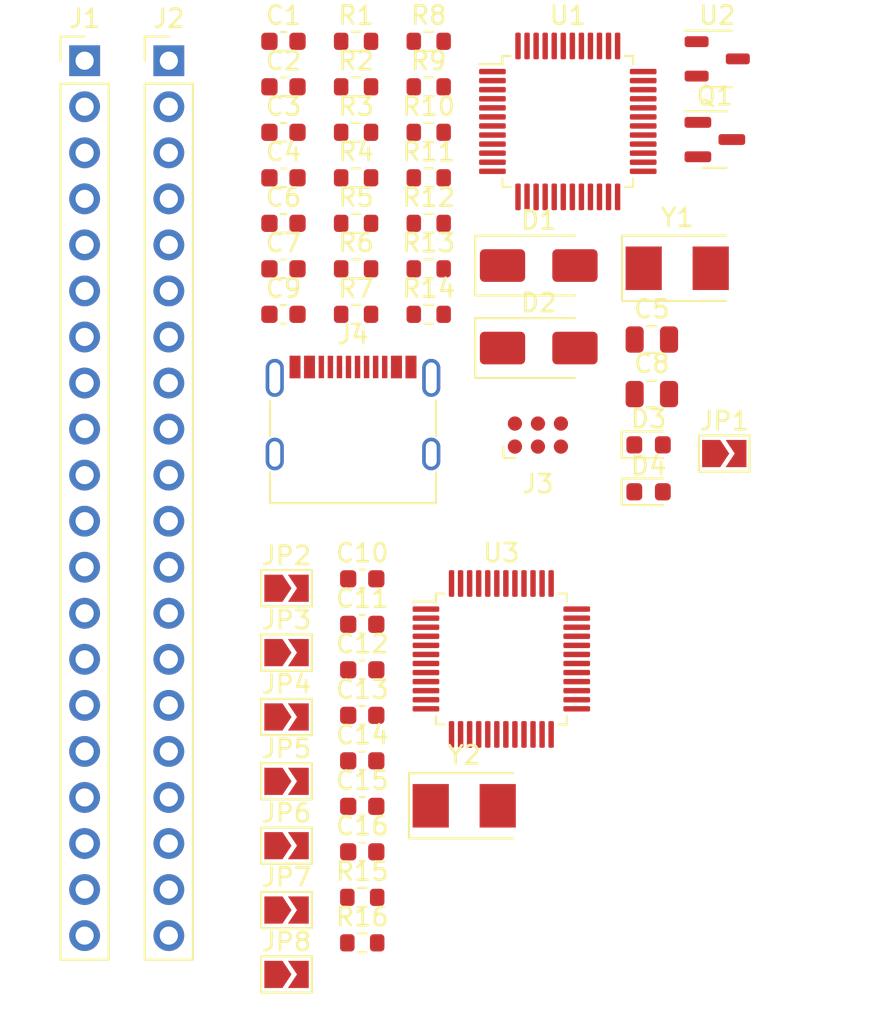
<source format=kicad_pcb>
(kicad_pcb (version 20221018) (generator pcbnew)
  (layers (0 "F.Cu" signal) (31 "B.Cu" signal) (34 "B.Paste" user) (35 "F.Paste" user) (36 "B.SilkS" user "B.Silkscreen") (37 "F.SilkS" user "F.Silkscreen") (38 "B.Mask" user) (39 "F.Mask" user) (44 "Edge.Cuts" user))
  (net 0 "")
  (net 1 "Net-(U1-PC13)")
  (net 2 "Net-(U1-PC14)")
  (net 21 "0V")
  (net 22 "Net-(U1-PD0)")
  (net 23 "Net-(U1-PD1)")
  (net 24 "/s_debugger/nRST")
  (net 25 "3V3")
  (net 26 "/s_debugger/5V")
  (net 27 "Net-(U3-PD0)")
  (net 28 "/s_debugger/LED")
  (net 29 "/s_debugger/VBUS")
  (net 30 "/s_debugger/DIO")
  (net 31 "Net-(U3-PD1)")
  (net 32 "/s_debugger/CLK")
  (net 33 "/s_debugger/B0")
  (net 34 "/s_debugger/T_DIO")
  (net 35 "Net-(U1-PB12)")
  (net 36 "Net-(U1-PA0)")
  (net 37 "/s_debugger/T_TX")
  (net 38 "/s_debugger/T_RX")
  (net 39 "/s_debugger/T_CLK")
  (net 40 "/s_debugger/T_RST")
  (net 41 "/s_debugger/T_SWO")
  (net 42 "/s_debugger/D_N")
  (net 43 "/s_debugger/D_P")
  (net 44 "/s_debugger/RENUM")
  (net 45 "Net-(JP2-A)")
  (net 46 "5Vext")
  (net 47 "/s_uC/nRST")
  (net 48 "/s_uC/B0")
  (net 49 "/s_uC/B1")
  (net 50 "/s_uC/B2")
  (net 51 "/s_uC/B3")
  (net 52 "/s_uC/B4")
  (net 53 "/s_uC/B5")
  (net 54 "/s_uC/B6")
  (net 55 "/s_uC/B7")
  (net 56 "/s_uC/B8")
  (net 57 "/s_uC/B9")
  (net 58 "/s_uC/B10")
  (net 59 "/s_uC/B11")
  (net 60 "/s_uC/B12")
  (net 61 "/s_uC/B13")
  (net 62 "/s_uC/B14")
  (net 63 "/s_uC/B15")
  (net 64 "/s_uC/C13")
  (net 65 "/s_uC/C14")
  (net 66 "/s_uC/C15")
  (net 67 "/s_uC/A0")
  (net 68 "/s_uC/A1")
  (net 69 "/s_uC/A2")
  (net 70 "/s_uC/A3")
  (net 71 "/s_uC/A4")
  (net 72 "/s_uC/A5")
  (net 73 "/s_uC/A6")
  (net 74 "/s_uC/A7")
  (net 75 "/s_uC/A8")
  (net 76 "/s_uC/A9")
  (net 77 "/s_uC/A10")
  (net 78 "/s_uC/A11")
  (net 79 "/s_uC/A12")
  (net 80 "/s_uC/A13")
  (net 81 "/s_uC/A14")
  (net 82 "/s_uC/A15")
  (net 83 "Net-(Q1-B)")
  (net 84 "Net-(Q1-E)")
  (net 85 "Net-(D3-A)")
  (net 86 "Net-(D4-K)")
  (net 89 "Net-(J4-CC1)")
  (footprint "Resistor_SMD:R_0603_1608Metric" (layer "F.Cu") (at 137.045 61.21)
    (fp_text reference "R6" (at 0 -1.43) (layer "F.SilkS"))
    (fp_text value "10k")
    (pad "1" smd roundrect (at -0.825 0) (size 0.8 0.95) (layers "F.Cu" "F.Paste" "F.Mask") (net 21 "0V"))
    (pad "2" smd roundrect (at 0.825 0) (size 0.8 0.95) (layers "F.Cu" "F.Paste" "F.Mask") (net 1 "Net-(U1-PC13)"))
  )
  (footprint "Jumper:SolderJumper-2_P1.3mm_Open_TrianglePad1.0x1.5mm" (layer "F.Cu") (at 157.375 71.4)
    (fp_text reference "JP1" (at 0 -1.8) (layer "F.SilkS"))
    (fp_text value "SolderJumper_2_Open")
    (pad "1" smd custom (at -0.725 0) (size 0.3 0.3) (layers "F.Cu" "F.Mask") (net 46 "5Vext") (options (clearance outline) (anchor rect)) (primitives (gr_poly (pts (xy 1 0) (xy 0.5 0.75) (xy -0.5 0.75) (xy -0.5 -0.75) (xy 0.5 -0.75)) (width 0) (fill yes))))
    (pad "2" smd custom (at 0.725 0) (size 0.3 0.3) (layers "F.Cu" "F.Mask") (net 26 "/s_debugger/5V") (options (clearance outline) (anchor rect)) (primitives (gr_poly (pts (xy 0.5 0.75) (xy -0.65 0.75) (xy -0.15 0) (xy -0.65 -0.75) (xy 0.5 -0.75)) (width 0) (fill yes))))
  )
  (footprint "Resistor_SMD:R_0603_1608Metric" (layer "F.Cu") (at 137.045 58.7)
    (fp_text reference "R5" (at 0 -1.43) (layer "F.SilkS"))
    (fp_text value "1k5")
    (pad "1" smd roundrect (at -0.825 0) (size 0.8 0.95) (layers "F.Cu" "F.Paste" "F.Mask") (net 84 "Net-(Q1-E)"))
    (pad "2" smd roundrect (at 0.825 0) (size 0.8 0.95) (layers "F.Cu" "F.Paste" "F.Mask") (net 43 "/s_debugger/D_P"))
  )
  (footprint "Resistor_SMD:R_0603_1608Metric" (layer "F.Cu") (at 137.045 53.68)
    (fp_text reference "R3" (at 0 -1.43) (layer "F.SilkS"))
    (fp_text value "100k")
    (pad "1" smd roundrect (at -0.825 0) (size 0.8 0.95) (layers "F.Cu" "F.Paste" "F.Mask") (net 21 "0V"))
    (pad "2" smd roundrect (at 0.825 0) (size 0.8 0.95) (layers "F.Cu" "F.Paste" "F.Mask") (net 33 "/s_debugger/B0"))
  )
  (footprint "Resistor_SMD:R_0603_1608Metric" (layer "F.Cu") (at 137.045 63.72)
    (fp_text reference "R7" (at 0 -1.43) (layer "F.SilkS"))
    (fp_text value "10k")
    (pad "1" smd roundrect (at -0.825 0) (size 0.8 0.95) (layers "F.Cu" "F.Paste" "F.Mask") (net 21 "0V"))
    (pad "2" smd roundrect (at 0.825 0) (size 0.8 0.95) (layers "F.Cu" "F.Paste" "F.Mask") (net 2 "Net-(U1-PC14)"))
  )
  (footprint "Resistor_SMD:R_0603_1608Metric" (layer "F.Cu") (at 141.055 61.21)
    (fp_text reference "R13" (at 0 -1.43) (layer "F.SilkS"))
    (fp_text value "220")
    (pad "1" smd roundrect (at -0.825 0) (size 0.8 0.95) (layers "F.Cu" "F.Paste" "F.Mask") (net 85 "Net-(D3-A)"))
    (pad "2" smd roundrect (at 0.825 0) (size 0.8 0.95) (layers "F.Cu" "F.Paste" "F.Mask") (net 25 "3V3"))
  )
  (footprint "Resistor_SMD:R_0603_1608Metric" (layer "F.Cu") (at 137.045 56.19)
    (fp_text reference "R4" (at 0 -1.43) (layer "F.SilkS"))
    (fp_text value "100")
    (pad "1" smd roundrect (at -0.825 0) (size 0.8 0.95) (layers "F.Cu" "F.Paste" "F.Mask") (net 34 "/s_debugger/T_DIO"))
    (pad "2" smd roundrect (at 0.825 0) (size 0.8 0.95) (layers "F.Cu" "F.Paste" "F.Mask") (net 35 "Net-(U1-PB12)"))
  )
  (footprint "Capacitor_SMD:C_0603_1608Metric" (layer "F.Cu") (at 133.035 61.21)
    (fp_text reference "C7" (at 0 -1.43) (layer "F.SilkS"))
    (fp_text value "100nF")
    (pad "1" smd roundrect (at -0.775 0) (size 0.9 0.95) (layers "F.Cu" "F.Paste" "F.Mask") (net 21 "0V"))
    (pad "2" smd roundrect (at 0.775 0) (size 0.9 0.95) (layers "F.Cu" "F.Paste" "F.Mask") (net 25 "3V3"))
  )
  (footprint "Connector_USB:USB_C_Receptacle_G-Switch_GT-USB-7010ASV" (layer "F.Cu") (at 136.875 70.35)
    (fp_text reference "J4" (at 0 -5.5) (layer "F.SilkS"))
    (fp_text value "USB_C_Receptacle")
    (pad "" np_thru_hole circle (at -2.89 -2.605) (size 0.65 0.65) (drill 0.65) (layers "*.Cu" "*.Mask"))
    (pad "" np_thru_hole circle (at 2.89 -2.605) (size 0.65 0.65) (drill 0.65) (layers "*.Cu" "*.Mask"))
    (pad "A1" smd rect (at -3.2 -3.725) (size 0.6 1.24) (layers "F.Cu" "F.Paste" "F.Mask") (net 21 "0V"))
    (pad "A4" smd rect (at -2.4 -3.725) (size 0.6 1.24) (layers "F.Cu" "F.Paste" "F.Mask") (net 29 "/s_debugger/VBUS"))
    (pad "A5" smd rect (at -1.25 -3.725) (size 0.3 1.24) (layers "F.Cu" "F.Paste" "F.Mask") (net 89 "Net-(J4-CC1)"))
    (pad "A6" smd rect (at -0.25 -3.725) (size 0.3 1.24) (layers "F.Cu" "F.Paste" "F.Mask") (net 43 "/s_debugger/D_P"))
    (pad "A7" smd rect (at 0.25 -3.725) (size 0.3 1.24) (layers "F.Cu" "F.Paste" "F.Mask") (net 42 "/s_debugger/D_N"))
    (pad "A8" smd rect (at 1.25 -3.725) (size 0.3 1.24) (layers "F.Cu" "F.Paste" "F.Mask"))
    (pad "A9" smd rect (at 2.4 -3.725) (size 0.6 1.24) (layers "F.Cu" "F.Paste" "F.Mask") (net 29 "/s_debugger/VBUS"))
    (pad "A12" smd rect (at 3.2 -3.725) (size 0.6 1.24) (layers "F.Cu" "F.Paste" "F.Mask") (net 21 "0V"))
    (pad "B1" smd rect (at 3.2 -3.725) (size 0.6 1.24) (layers "F.Cu" "F.Paste" "F.Mask") (net 21 "0V"))
    (pad "B4" smd rect (at 2.4 -3.725) (size 0.6 1.24) (layers "F.Cu" "F.Paste" "F.Mask") (net 29 "/s_debugger/VBUS"))
    (pad "B5" smd rect (at 1.75 -3.725) (size 0.3 1.24) (layers "F.Cu" "F.Paste" "F.Mask") (net 89 "Net-(J4-CC1)"))
    (pad "B6" smd rect (at 0.75 -3.725) (size 0.3 1.24) (layers "F.Cu" "F.Paste" "F.Mask") (net 43 "/s_debugger/D_P"))
    (pad "B7" smd rect (at -0.75 -3.725) (size 0.3 1.24) (layers "F.Cu" "F.Paste" "F.Mask") (net 42 "/s_debugger/D_N"))
    (pad "B8" smd rect (at -1.75 -3.725) (size 0.3 1.24) (layers "F.Cu" "F.Paste" "F.Mask"))
    (pad "B9" smd rect (at -2.4 -3.725) (size 0.6 1.24) (layers "F.Cu" "F.Paste" "F.Mask") (net 29 "/s_debugger/VBUS"))
    (pad "B12" smd rect (at -3.2 -3.725) (size 0.6 1.24) (layers "F.Cu" "F.Paste" "F.Mask") (net 21 "0V"))
    (pad "S1" thru_hole oval (at -4.32 -3.125) (size 1 2.1) (drill oval 0.6 1.7) (layers "*.Cu" "*.Mask") (net 21 "0V"))
    (pad "S1" thru_hole oval (at -4.32 1.075) (size 1 1.8) (drill oval 0.6 1.4) (layers "*.Cu" "*.Mask") (net 21 "0V"))
    (pad "S1" thru_hole oval (at 4.32 -3.125) (size 1 2.1) (drill oval 0.6 1.7) (layers "*.Cu" "*.Mask") (net 21 "0V"))
    (pad "S1" thru_hole oval (at 4.32 1.075) (size 1 1.8) (drill oval 0.6 1.4) (layers "*.Cu" "*.Mask") (net 21 "0V"))
  )
  (footprint "Connector_PinHeader_2.54mm:PinHeader_1x20_P2.54mm_Vertical" (layer "F.Cu") (at 122.055 49.73)
    (fp_text reference "J1" (at 0 -2.33) (layer "F.SilkS"))
    (fp_text value "Conn_01x20")
    (pad "1" thru_hole rect (at 0 0) (size 1.7 1.7) (drill 1) (layers "*.Cu" "*.Mask") (net 46 "5Vext"))
    (pad "2" thru_hole oval (at 0 2.54) (size 1.7 1.7) (drill 1) (layers "*.Cu" "*.Mask") (net 25 "3V3"))
    (pad "3" thru_hole oval (at 0 5.08) (size 1.7 1.7) (drill 1) (layers "*.Cu" "*.Mask") (net 21 "0V"))
    (pad "4" thru_hole oval (at 0 7.62) (size 1.7 1.7) (drill 1) (layers "*.Cu" "*.Mask") (net 47 "/s_uC/nRST"))
    (pad "5" thru_hole oval (at 0 10.16) (size 1.7 1.7) (drill 1) (layers "*.Cu" "*.Mask") (net 48 "/s_uC/B0"))
    (pad "6" thru_hole oval (at 0 12.7) (size 1.7 1.7) (drill 1) (layers "*.Cu" "*.Mask") (net 49 "/s_uC/B1"))
    (pad "7" thru_hole oval (at 0 15.24) (size 1.7 1.7) (drill 1) (layers "*.Cu" "*.Mask") (net 50 "/s_uC/B2"))
    (pad "8" thru_hole oval (at 0 17.78) (size 1.7 1.7) (drill 1) (layers "*.Cu" "*.Mask") (net 51 "/s_uC/B3"))
    (pad "9" thru_hole oval (at 0 20.32) (size 1.7 1.7) (drill 1) (layers "*.Cu" "*.Mask") (net 52 "/s_uC/B4"))
    (pad "10" thru_hole oval (at 0 22.86) (size 1.7 1.7) (drill 1) (layers "*.Cu" "*.Mask") (net 53 "/s_uC/B5"))
    (pad "11" thru_hole oval (at 0 25.4) (size 1.7 1.7) (drill 1) (layers "*.Cu" "*.Mask") (net 54 "/s_uC/B6"))
    (pad "12" thru_hole oval (at 0 27.94) (size 1.7 1.7) (drill 1) (layers "*.Cu" "*.Mask") (net 55 "/s_uC/B7"))
    (pad "13" thru_hole oval (at 0 30.48) (size 1.7 1.7) (drill 1) (layers "*.Cu" "*.Mask") (net 56 "/s_uC/B8"))
    (pad "14" thru_hole oval (at 0 33.02) (size 1.7 1.7) (drill 1) (layers "*.Cu" "*.Mask") (net 57 "/s_uC/B9"))
    (pad "15" thru_hole oval (at 0 35.56) (size 1.7 1.7) (drill 1) (layers "*.Cu" "*.Mask") (net 58 "/s_uC/B10"))
    (pad "16" thru_hole oval (at 0 38.1) (size 1.7 1.7) (drill 1) (layers "*.Cu" "*.Mask") (net 59 "/s_uC/B11"))
    (pad "17" thru_hole oval (at 0 40.64) (size 1.7 1.7) (drill 1) (layers "*.Cu" "*.Mask") (net 60 "/s_uC/B12"))
    (pad "18" thru_hole oval (at 0 43.18) (size 1.7 1.7) (drill 1) (layers "*.Cu" "*.Mask") (net 61 "/s_uC/B13"))
    (pad "19" thru_hole oval (at 0 45.72) (size 1.7 1.7) (drill 1) (layers "*.Cu" "*.Mask") (net 62 "/s_uC/B14"))
    (pad "20" thru_hole oval (at 0 48.26) (size 1.7 1.7) (drill 1) (layers "*.Cu" "*.Mask") (net 63 "/s_uC/B15"))
  )
  (footprint "Jumper:SolderJumper-2_P1.3mm_Open_TrianglePad1.0x1.5mm" (layer "F.Cu") (at 133.205 82.38)
    (fp_text reference "JP3" (at 0 -1.8) (layer "F.SilkS"))
    (fp_text value "SolderJumper_2_Open")
    (pad "1" smd custom (at -0.725 0) (size 0.3 0.3) (layers "F.Cu" "F.Mask") (net 45 "Net-(JP2-A)") (options (clearance outline) (anchor rect)) (primitives (gr_poly (pts (xy 1 0) (xy 0.5 0.75) (xy -0.5 0.75) (xy -0.5 -0.75) (xy 0.5 -0.75)) (width 0) (fill yes))))
    (pad "2" smd custom (at 0.725 0) (size 0.3 0.3) (layers "F.Cu" "F.Mask") (net 47 "/s_uC/nRST") (options (clearance outline) (anchor rect)) (primitives (gr_poly (pts (xy 0.5 0.75) (xy -0.65 0.75) (xy -0.15 0) (xy -0.65 -0.75) (xy 0.5 -0.75)) (width 0) (fill yes))))
  )
  (footprint "Capacitor_SMD:C_0603_1608Metric" (layer "F.Cu") (at 137.385 85.84)
    (fp_text reference "C13" (at 0 -1.43) (layer "F.SilkS"))
    (fp_text value "100nF")
    (pad "1" smd roundrect (at -0.775 0) (size 0.9 0.95) (layers "F.Cu" "F.Paste" "F.Mask") (net 21 "0V"))
    (pad "2" smd roundrect (at 0.775 0) (size 0.9 0.95) (layers "F.Cu" "F.Paste" "F.Mask") (net 25 "3V3"))
  )
  (footprint "Diode_SMD:D_SMA" (layer "F.Cu") (at 147.13 61.03)
    (fp_text reference "D1" (at 0 -2.5) (layer "F.SilkS"))
    (fp_text value "SS14")
    (pad "1" smd roundrect (at -2 0) (size 2.5 1.8) (layers "F.Cu" "F.Paste" "F.Mask") (roundrect_rratio 0.1388888889) (net 26 "/s_debugger/5V"))
    (pad "2" smd roundrect (at 2 0) (size 2.5 1.8) (layers "F.Cu" "F.Paste" "F.Mask") (roundrect_rratio 0.1388888889) (net 46 "5Vext"))
  )
  (footprint "Resistor_SMD:R_0603_1608Metric" (layer "F.Cu") (at 141.055 56.19)
    (fp_text reference "R11" (at 0 -1.43) (layer "F.SilkS"))
    (fp_text value "4k7")
    (pad "1" smd roundrect (at -0.825 0) (size 0.8 0.95) (layers "F.Cu" "F.Paste" "F.Mask") (net 36 "Net-(U1-PA0)"))
    (pad "2" smd roundrect (at 0.825 0) (size 0.8 0.95) (layers "F.Cu" "F.Paste" "F.Mask") (net 25 "3V3"))
  )
  (footprint "LED_SMD:LED_0603_1608Metric" (layer "F.Cu") (at 153.195 70.92)
    (fp_text reference "D3" (at 0 -1.43) (layer "F.SilkS"))
    (fp_text value "19-217/BHC-ZL1M2RY/6T")
    (pad "1" smd roundrect (at -0.7875 0) (size 0.875 0.95) (layers "F.Cu" "F.Paste" "F.Mask") (net 28 "/s_debugger/LED"))
    (pad "2" smd roundrect (at 0.7875 0) (size 0.875 0.95) (layers "F.Cu" "F.Paste" "F.Mask") (net 85 "Net-(D3-A)"))
  )
  (footprint "Capacitor_SMD:C_0603_1608Metric" (layer "F.Cu") (at 133.035 53.68)
    (fp_text reference "C3" (at 0 -1.43) (layer "F.SilkS"))
    (fp_text value "100nF")
    (pad "1" smd roundrect (at -0.775 0) (size 0.9 0.95) (layers "F.Cu" "F.Paste" "F.Mask") (net 21 "0V"))
    (pad "2" smd roundrect (at 0.775 0) (size 0.9 0.95) (layers "F.Cu" "F.Paste" "F.Mask") (net 24 "/s_debugger/nRST"))
  )
  (footprint "Capacitor_SMD:C_0603_1608Metric" (layer "F.Cu") (at 133.035 63.72)
    (fp_text reference "C9" (at 0 -1.43) (layer "F.SilkS"))
    (fp_text value "100nF")
    (pad "1" smd roundrect (at -0.775 0) (size 0.9 0.95) (layers "F.Cu" "F.Paste" "F.Mask") (net 21 "0V"))
    (pad "2" smd roundrect (at 0.775 0) (size 0.9 0.95) (layers "F.Cu" "F.Paste" "F.Mask") (net 25 "3V3"))
  )
  (footprint "Capacitor_SMD:C_0603_1608Metric" (layer "F.Cu") (at 133.035 58.7)
    (fp_text reference "C6" (at 0 -1.43) (layer "F.SilkS"))
    (fp_text value "100nF")
    (pad "1" smd roundrect (at -0.775 0) (size 0.9 0.95) (layers "F.Cu" "F.Paste" "F.Mask") (net 21 "0V"))
    (pad "2" smd roundrect (at 0.775 0) (size 0.9 0.95) (layers "F.Cu" "F.Paste" "F.Mask") (net 25 "3V3"))
  )
  (footprint "Diode_SMD:D_SMA" (layer "F.Cu") (at 147.13 65.58)
    (fp_text reference "D2" (at 0 -2.5) (layer "F.SilkS"))
    (fp_text value "SS14")
    (pad "1" smd roundrect (at -2 0) (size 2.5 1.8) (layers "F.Cu" "F.Paste" "F.Mask") (roundrect_rratio 0.1388888889) (net 26 "/s_debugger/5V"))
    (pad "2" smd roundrect (at 2 0) (size 2.5 1.8) (layers "F.Cu" "F.Paste" "F.Mask") (roundrect_rratio 0.1388888889) (net 29 "/s_debugger/VBUS"))
  )
  (footprint "Capacitor_SMD:C_0603_1608Metric" (layer "F.Cu") (at 137.385 90.86)
    (fp_text reference "C15" (at 0 -1.43) (layer "F.SilkS"))
    (fp_text value "100nF")
    (pad "1" smd roundrect (at -0.775 0) (size 0.9 0.95) (layers "F.Cu" "F.Paste" "F.Mask") (net 21 "0V"))
    (pad "2" smd roundrect (at 0.775 0) (size 0.9 0.95) (layers "F.Cu" "F.Paste" "F.Mask") (net 25 "3V3"))
  )
  (footprint "Resistor_SMD:R_0603_1608Metric" (layer "F.Cu") (at 141.055 63.72)
    (fp_text reference "R14" (at 0 -1.43) (layer "F.SilkS"))
    (fp_text value "220")
    (pad "1" smd roundrect (at -0.825 0) (size 0.8 0.95) (layers "F.Cu" "F.Paste" "F.Mask") (net 21 "0V"))
    (pad "2" smd roundrect (at 0.825 0) (size 0.8 0.95) (layers "F.Cu" "F.Paste" "F.Mask") (net 86 "Net-(D4-K)"))
  )
  (footprint "Capacitor_SMD:C_0603_1608Metric" (layer "F.Cu") (at 137.385 83.33)
    (fp_text reference "C12" (at 0 -1.43) (layer "F.SilkS"))
    (fp_text value "100nF")
    (pad "1" smd roundrect (at -0.775 0) (size 0.9 0.95) (layers "F.Cu" "F.Paste" "F.Mask") (net 21 "0V"))
    (pad "2" smd roundrect (at 0.775 0) (size 0.9 0.95) (layers "F.Cu" "F.Paste" "F.Mask") (net 45 "Net-(JP2-A)"))
  )
  (footprint "Package_TO_SOT_SMD:SOT-23" (layer "F.Cu") (at 156.855 54.08)
    (fp_text reference "Q1" (at 0 -2.4) (layer "F.SilkS"))
    (fp_text value "S9013")
    (pad "1" smd roundrect (at -0.9375 -0.95) (size 1.475 0.6) (layers "F.Cu" "F.Paste" "F.Mask") (net 83 "Net-(Q1-B)"))
    (pad "2" smd roundrect (at -0.9375 0.95) (size 1.475 0.6) (layers "F.Cu" "F.Paste" "F.Mask") (net 84 "Net-(Q1-E)"))
    (pad "3" smd roundrect (at 0.9375 0) (size 1.475 0.6) (layers "F.Cu" "F.Paste" "F.Mask") (net 25 "3V3"))
  )
  (footprint "Capacitor_SMD:C_0805_2012Metric" (layer "F.Cu") (at 153.375 65.11)
    (fp_text reference "C5" (at 0 -1.68) (layer "F.SilkS"))
    (fp_text value "10uF")
    (pad "1" smd roundrect (at -0.95 0) (size 1 1.45) (layers "F.Cu" "F.Paste" "F.Mask") (net 21 "0V"))
    (pad "2" smd roundrect (at 0.95 0) (size 1 1.45) (layers "F.Cu" "F.Paste" "F.Mask") (net 26 "/s_debugger/5V"))
  )
  (footprint "Resistor_SMD:R_0603_1608Metric" (layer "F.Cu") (at 137.385 98.39)
    (fp_text reference "R16" (at 0 -1.43) (layer "F.SilkS"))
    (fp_text value "100k")
    (pad "1" smd roundrect (at -0.825 0) (size 0.8 0.95) (layers "F.Cu" "F.Paste" "F.Mask") (net 21 "0V"))
    (pad "2" smd roundrect (at 0.825 0) (size 0.8 0.95) (layers "F.Cu" "F.Paste" "F.Mask") (net 48 "/s_uC/B0"))
  )
  (footprint "Capacitor_SMD:C_0603_1608Metric" (layer "F.Cu") (at 137.385 80.82)
    (fp_text reference "C11" (at 0 -1.43) (layer "F.SilkS"))
    (fp_text value "20pF")
    (pad "1" smd roundrect (at -0.775 0) (size 0.9 0.95) (layers "F.Cu" "F.Paste" "F.Mask") (net 21 "0V"))
    (pad "2" smd roundrect (at 0.775 0) (size 0.9 0.95) (layers "F.Cu" "F.Paste" "F.Mask") (net 31 "Net-(U3-PD1)"))
  )
  (footprint "Resistor_SMD:R_0603_1608Metric" (layer "F.Cu") (at 137.045 51.17)
    (fp_text reference "R2" (at 0 -1.43) (layer "F.SilkS"))
    (fp_text value "100k")
    (pad "1" smd roundrect (at -0.825 0) (size 0.8 0.95) (layers "F.Cu" "F.Paste" "F.Mask") (net 25 "3V3"))
    (pad "2" smd roundrect (at 0.825 0) (size 0.8 0.95) (layers "F.Cu" "F.Paste" "F.Mask") (net 24 "/s_debugger/nRST"))
  )
  (footprint "Connector:Tag-Connect_TC2030-IDC-NL_2x03_P1.27mm_Vertical" (layer "F.Cu") (at 147.085 70.38)
    (fp_text reference "J3" (at 0 2.7) (layer "F.SilkS"))
    (fp_text value "Conn_ARM_SWD_TagConnect_TC2030-NL")
    (pad "" np_thru_hole circle (at -2.54 0) (size 0.9906 0.9906) (drill 0.9906) (layers "*.Cu" "*.Mask"))
    (pad "" np_thru_hole circle (at 2.54 -1.016) (size 0.9906 0.9906) (drill 0.9906) (layers "*.Cu" "*.Mask"))
    (pad "" np_thru_hole circle (at 2.54 1.016) (size 0.9906 0.9906) (drill 0.9906) (layers "*.Cu" "*.Mask"))
    (pad "1" connect circle (at -1.27 0.635) (size 0.7874 0.7874) (layers "F.Cu" "F.Mask") (net 25 "3V3"))
    (pad "2" connect circle (at -1.27 -0.635) (size 0.7874 0.7874) (layers "F.Cu" "F.Mask") (net 30 "/s_debugger/DIO"))
    (pad "3" connect circle (at 0 0.635) (size 0.7874 0.7874) (layers "F.Cu" "F.Mask") (net 24 "/s_debugger/nRST"))
    (pad "4" connect circle (at 0 -0.635) (size 0.7874 0.7874) (layers "F.Cu" "F.Mask") (net 32 "/s_debugger/CLK"))
    (pad "5" connect circle (at 1.27 0.635) (size 0.7874 0.7874) (layers "F.Cu" "F.Mask") (net 21 "0V"))
    (pad "6" connect circle (at 1.27 -0.635) (size 0.7874 0.7874) (layers "F.Cu" "F.Mask"))
  )
  (footprint "Resistor_SMD:R_0603_1608Metric" (layer "F.Cu") (at 137.045 48.66)
    (fp_text reference "R1" (at 0 -1.43) (layer "F.SilkS"))
    (fp_text value "5k1")
    (pad "1" smd roundrect (at -0.825 0) (size 0.8 0.95) (layers "F.Cu" "F.Paste" "F.Mask") (net 89 "Net-(J4-CC1)"))
    (pad "2" smd roundrect (at 0.825 0) (size 0.8 0.95) (layers "F.Cu" "F.Paste" "F.Mask") (net 21 "0V"))
  )
  (footprint "Capacitor_SMD:C_0603_1608Metric" (layer "F.Cu") (at 137.385 93.37)
    (fp_text reference "C16" (at 0 -1.43) (layer "F.SilkS"))
    (fp_text value "100nF")
    (pad "1" smd roundrect (at -0.775 0) (size 0.9 0.95) (layers "F.Cu" "F.Paste" "F.Mask") (net 21 "0V"))
    (pad "2" smd roundrect (at 0.775 0) (size 0.9 0.95) (layers "F.Cu" "F.Paste" "F.Mask") (net 25 "3V3"))
  )
  (footprint "Package_TO_SOT_SMD:SOT-23-3" (layer "F.Cu") (at 156.985 49.63)
    (fp_text reference "U2" (at 0 -2.4) (layer "F.SilkS"))
    (fp_text value "XC6206PxxxMR")
    (pad "1" smd roundrect (at -1.1375 -0.95) (size 1.325 0.6) (layers "F.Cu" "F.Paste" "F.Mask") (net 21 "0V"))
    (pad "2" smd roundrect (at -1.1375 0.95) (size 1.325 0.6) (layers "F.Cu" "F.Paste" "F.Mask") (net 25 "3V3"))
    (pad "3" smd roundrect (at 1.1375 0) (size 1.325 0.6) (layers "F.Cu" "F.Paste" "F.Mask") (net 26 "/s_debugger/5V"))
  )
  (footprint "Jumper:SolderJumper-2_P1.3mm_Open_TrianglePad1.0x1.5mm" (layer "F.Cu") (at 133.205 78.83)
    (fp_text reference "JP2" (at 0 -1.8) (layer "F.SilkS"))
    (fp_text value "SolderJumper_2_Open")
    (pad "1" smd custom (at -0.725 0) (size 0.3 0.3) (layers "F.Cu" "F.Mask") (net 45 "Net-(JP2-A)") (options (clearance outline) (anchor rect)) (primitives (gr_poly (pts (xy 1 0) (xy 0.5 0.75) (xy -0.5 0.75) (xy -0.5 -0.75) (xy 0.5 -0.75)) (width 0) (fill yes))))
    (pad "2" smd custom (at 0.725 0) (size 0.3 0.3) (layers "F.Cu" "F.Mask") (net 40 "/s_debugger/T_RST") (options (clearance outline) (anchor rect)) (primitives (gr_poly (pts (xy 0.5 0.75) (xy -0.65 0.75) (xy -0.15 0) (xy -0.65 -0.75) (xy 0.5 -0.75)) (width 0) (fill yes))))
  )
  (footprint "Package_QFP:LQFP-48_7x7mm_P0.5mm" (layer "F.Cu") (at 145.065 82.73)
    (fp_text reference "U3" (at 0 -5.85) (layer "F.SilkS"))
    (fp_text value "STM32F103CBTx")
    (pad "1" smd roundrect (at -4.1625 -2.75) (size 1.475 0.3) (layers "F.Cu" "F.Paste" "F.Mask") (net 25 "3V3"))
    (pad "2" smd roundrect (at -4.1625 -2.25) (size 1.475 0.3) (layers "F.Cu" "F.Paste" "F.Mask") (net 64 "/s_uC/C13"))
    (pad "3" smd roundrect (at -4.1625 -1.75) (size 1.475 0.3) (layers "F.Cu" "F.Paste" "F.Mask") (net 65 "/s_uC/C14"))
    (pad "4" smd roundrect (at -4.1625 -1.25) (size 1.475 0.3) (layers "F.Cu" "F.Paste" "F.Mask") (net 66 "/s_uC/C15"))
    (pad "5" smd roundrect (at -4.1625 -0.75) (size 1.475 0.3) (layers "F.Cu" "F.Paste" "F.Mask") (net 27 "Net-(U3-PD0)"))
    (pad "6" smd roundrect (at -4.1625 -0.25) (size 1.475 0.3) (layers "F.Cu" "F.Paste" "F.Mask") (net 31 "Net-(U3-PD1)"))
    (pad "7" smd roundrect (at -4.1625 0.25) (size 1.475 0.3) (layers "F.Cu" "F.Paste" "F.Mask") (net 45 "Net-(JP2-A)"))
    (pad "8" smd roundrect (at -4.1625 0.75) (size 1.475 0.3) (layers "F.Cu" "F.Paste" "F.Mask") (net 21 "0V"))
    (pad "9" smd roundrect (at -4.1625 1.25) (size 1.475 0.3) (layers "F.Cu" "F.Paste" "F.Mask") (net 25 "3V3"))
    (pad "10" smd roundrect (at -4.1625 1.75) (size 1.475 0.3) (layers "F.Cu" "F.Paste" "F.Mask") (net 67 "/s_uC/A0"))
    (pad "11" smd roundrect (at -4.1625 2.25) (size 1.475 0.3) (layers "F.Cu" "F.Paste" "F.Mask") (net 68 "/s_uC/A1"))
    (pad "12" smd roundrect (at -4.1625 2.75) (size 1.475 0.3) (layers "F.Cu" "F.Paste" "F.Mask") (net 69 "/s_uC/A2"))
    (pad "13" smd roundrect (at -2.75 4.1625) (size 0.3 1.475) (layers "F.Cu" "F.Paste" "F.Mask") (net 70 "/s_uC/A3"))
    (pad "14" smd roundrect (at -2.25 4.1625) (size 0.3 1.475) (layers "F.Cu" "F.Paste" "F.Mask") (net 71 "/s_uC/A4"))
    (pad "15" smd roundrect (at -1.75 4.1625) (size 0.3 1.475) (layers "F.Cu" "F.Paste" "F.Mask") (net 72 "/s_uC/A5"))
    (pad "16" smd roundrect (at -1.25 4.1625) (size 0.3 1.475) (layers "F.Cu" "F.Paste" "F.Mask") (net 73 "/s_uC/A6"))
    (pad "17" smd roundrect (at -0.75 4.1625) (size 0.3 1.475) (layers "F.Cu" "F.Paste" "F.Mask") (net 74 "/s_uC/A7"))
    (pad "18" smd roundrect (at -0.25 4.1625) (size 0.3 1.475) (layers "F.Cu" "F.Paste" "F.Mask") (net 48 "/s_uC/B0"))
    (pad "19" smd roundrect (at 0.25 4.1625) (size 0.3 1.475) (layers "F.Cu" "F.Paste" "F.Mask") (net 49 "/s_uC/B1"))
    (pad "20" smd roundrect (at 0.75 4.1625) (size 0.3 1.475) (layers "F.Cu" "F.Paste" "F.Mask") (net 50 "/s_uC/B2"))
    (pad "21" smd roundrect (at 1.25 4.1625) (size 0.3 1.475) (layers "F.Cu" "F.Paste" "F.Mask") (net 58 "/s_uC/B10"))
    (pad "22" smd roundrect (at 1.75 4.1625) (size 0.3 1.475) (layers "F.Cu" "F.Paste" "F.Mask") (net 59 "/s_uC/B11"))
    (pad "23" smd roundrect (at 2.25 4.1625) (size 0.3 1.475) (layers "F.Cu" "F.Paste" "F.Mask") (net 21 "0V"))
    (pad "24" smd roundrect (at 2.75 4.1625) (size 0.3 1.475) (layers "F.Cu" "F.Paste" "F.Mask") (net 25 "3V3"))
    (pad "25" smd roundrect (at 4.1625 2.75) (size 1.475 0.3) (layers "F.Cu" "F.Paste" "F.Mask") (net 60 "/s_uC/B12"))
    (pad "26" smd roundrect (at 4.1625 2.25) (size 1.475 0.3) (layers "F.Cu" "F.Paste" "F.Mask") (net 61 "/s_uC/B13"))
    (pad "27" smd roundrect (at 4.1625 1.75) (size 1.475 0.3) (layers "F.Cu" "F.Paste" "F.Mask") (net 62 "/s_uC/B14"))
    (pad "28" smd roundrect (at 4.1625 1.25) (size 1.475 0.3) (layers "F.Cu" "F.Paste" "F.Mask") (net 63 "/s_uC/B15"))
    (pad "29" smd roundrect (at 4.1625 0.75) (size 1.475 0.3) (layers "F.Cu" "F.Paste" "F.Mask") (net 75 "/s_uC/A8"))
    (pad "30" smd roundrect (at 4.1625 0.25) (size 1.475 0.3) (layers "F.Cu" "F.Paste" "F.Mask") (net 76 "/s_uC/A9"))
    (pad "31" smd roundrect (at 4.1625 -0.25) (size 1.475 0.3) (layers "F.Cu" "F.Paste" "F.Mask") (net 77 "/s_uC/A10"))
    (pad "32" smd roundrect (at 4.1625 -0.75) (size 1.475 0.3) (layers "F.Cu" "F.Paste" "F.Mask") (net 78 "/s_uC/A11"))
    (pad "33" smd roundrect (at 4.1625 -1.25) (size 1.475 0.3) (layers "F.Cu" "F.Paste" "F.Mask") (net 79 "/s_uC/A12"))
    (pad "34" smd roundrect (at 4.1625 -1.75) (size 1.475 0.3) (layers "F.Cu" "F.Paste" "F.Mask") (net 80 "/s_uC/A13"))
    (pad "35" smd roundrect (at 4.1625 -2.25) (size 1.475 0.3) (layers "F.Cu" "F.Paste" "F.Mask") (net 21 "0V"))
    (pad "36" smd roundrect (at 4.1625 -2.75) (size 1.475 0.3) (layers "F.Cu" "F.Paste" "F.Mask") (net 25 "3V3"))
    (pad "37" smd roundrect (at 2.75 -4.1625) (size 0.3 1.475) (layers "F.Cu" "F.Paste" "F.Mask") (net 81 "/s_uC/A14"))
    (pad "38" smd roundrect (at 2.25 -4.1625) (size 0.3 1.475) (layers "F.Cu" "F.Paste" "F.Mask") (net 82 "/s_uC/A15"))
    (pad "39" smd roundrect (at 1.75 -4.1625) (size 0.3 1.475) (layers "F.Cu" "F.Paste" "F.Mask") (net 51 "/s_uC/B3"))
    (pad "40" smd roundrect (at 1.25 -4.1625) (size 0.3 1.475) (layers "F.Cu" "F.Paste" "F.Mask") (net 52 "/s_uC/B4"))
    (pad "41" smd roundrect (at 0.75 -4.1625) (size 0.3 1.475) (layers "F.Cu" "F.Paste" "F.Mask") (net 53 "/s_uC/B5"))
    (pad "42" smd roundrect (at 0.25 -4.1625) (size 0.3 1.475) (layers "F.Cu" "F.Paste" "F.Mask") (net 54 "/s_uC/B6"))
    (pad "43" smd roundrect (at -0.25 -4.1625) (size 0.3 1.475) (layers "F.Cu" "F.Paste" "F.Mask") (net 55 "/s_uC/B7"))
    (pad "44" smd roundrect (at -0.75 -4.1625) (size 0.3 1.475) (layers "F.Cu" "F.Paste" "F.Mask") (net 48 "/s_uC/B0"))
    (pad "45" smd roundrect (at -1.25 -4.1625) (size 0.3 1.475) (layers "F.Cu" "F.Paste" "F.Mask") (net 56 "/s_uC/B8"))
    (pad "46" smd roundrect (at -1.75 -4.1625) (size 0.3 1.475) (layers "F.Cu" "F.Paste" "F.Mask") (net 57 "/s_uC/B9"))
    (pad "47" smd roundrect (at -2.25 -4.1625) (size 0.3 1.475) (layers "F.Cu" "F.Paste" "F.Mask") (net 21 "0V"))
    (pad "48" smd roundrect (at -2.75 -4.1625) (size 0.3 1.475) (layers "F.Cu" "F.Paste" "F.Mask") (net 25 "3V3"))
  )
  (footprint "Resistor_SMD:R_0603_1608Metric" (layer "F.Cu") (at 141.055 53.68)
    (fp_text reference "R10" (at 0 -1.43) (layer "F.SilkS"))
    (fp_text value "100")
    (pad "1" smd roundrect (at -0.825 0) (size 0.8 0.95) (layers "F.Cu" "F.Paste" "F.Mask") (net 44 "/s_debugger/RENUM"))
    (pad "2" smd roundrect (at 0.825 0) (size 0.8 0.95) (layers "F.Cu" "F.Paste" "F.Mask") (net 83 "Net-(Q1-B)"))
  )
  (footprint "Connector_PinHeader_2.54mm:PinHeader_1x20_P2.54mm_Vertical" (layer "F.Cu") (at 126.705 49.73)
    (fp_text reference "J2" (at 0 -2.33) (layer "F.SilkS"))
    (fp_text value "Conn_01x20")
    (pad "1" thru_hole rect (at 0 0) (size 1.7 1.7) (drill 1) (layers "*.Cu" "*.Mask"))
    (pad "2" thru_hole oval (at 0 2.54) (size 1.7 1.7) (drill 1) (layers "*.Cu" "*.Mask") (net 64 "/s_uC/C13"))
    (pad "3" thru_hole oval (at 0 5.08) (size 1.7 1.7) (drill 1) (layers "*.Cu" "*.Mask") (net 65 "/s_uC/C14"))
    (pad "4" thru_hole oval (at 0 7.62) (size 1.7 1.7) (drill 1) (layers "*.Cu" "*.Mask") (net 66 "/s_uC/C15"))
    (pad "5" thru_hole oval (at 0 10.16) (size 1.7 1.7) (drill 1) (layers "*.Cu" "*.Mask") (net 67 "/s_uC/A0"))
    (pad "6" thru_hole oval (at 0 12.7) (size 1.7 1.7) (drill 1) (layers "*.Cu" "*.Mask") (net 68 "/s_uC/A1"))
    (pad "7" thru_hole oval (at 0 15.24) (size 1.7 1.7) (drill 1) (layers "*.Cu" "*.Mask") (net 69 "/s_uC/A2"))
    (pad "8" thru_hole oval (at 0 17.78) (size 1.7 1.7) (drill 1) (layers "*.Cu" "*.Mask") (net 70 "/s_uC/A3"))
    (pad "9" thru_hole oval (at 0 20.32) (size 1.7 1.7) (drill 1) (layers "*.Cu" "*.Mask") (net 71 "/s_uC/A4"))
    (pad "10" thru_hole oval (at 0 22.86) (size 1.7 1.7) (drill 1) (layers "*.Cu" "*.Mask") (net 72 "/s_uC/A5"))
    (pad "11" thru_hole oval (at 0 25.4) (size 1.7 1.7) (drill 1) (layers "*.Cu" "*.Mask") (net 73 "/s_uC/A6"))
    (pad "12" thru_hole oval (at 0 27.94) (size 1.7 1.7) (drill 1) (layers "*.Cu" "*.Mask") (net 74 "/s_uC/A7"))
    (pad "13" thru_hole oval (at 0 30.48) (size 1.7 1.7) (drill 1) (layers "*.Cu" "*.Mask") (net 75 "/s_uC/A8"))
    (pad "14" thru_hole oval (at 0 33.02) (size 1.7 1.7) (drill 1) (layers "*.Cu" "*.Mask") (net 76 "/s_uC/A9"))
    (pad "15" thru_hole oval (at 0 35.56) (size 1.7 1.7) (drill 1) (layers "*.Cu" "*.Mask") (net 77 "/s_uC/A10"))
    (pad "16" thru_hole oval (at 0 38.1) (size 1.7 1.7) (drill 1) (layers "*.Cu" "*.Mask") (net 78 "/s_uC/A11"))
    (pad "17" thru_hole oval (at 0 40.64) (size 1.7 1.7) (drill 1) (layers "*.Cu" "*.Mask") (net 79 "/s_uC/A12"))
    (pad "18" thru_hole oval (at 0 43.18) (size 1.7 1.7) (drill 1) (layers "*.Cu" "*.Mask") (net 80 "/s_uC/A13"))
    (pad "19" thru_hole oval (at 0 45.72) (size 1.7 1.7) (drill 1) (layers "*.Cu" "*.Mask") (net 81 "/s_uC/A14"))
    (pad "20" thru_hole oval (at 0 48.26) (size 1.7 1.7) (drill 1) (layers "*.Cu" "*.Mask") (net 82 "/s_uC/A15"))
  )
  (footprint "Crystal:Crystal_SMD_5032-2Pin_5.0x3.2mm" (layer "F.Cu") (at 143.015 90.83)
    (fp_text reference "Y2" (at 0 -2.8) (layer "F.SilkS"))
    (fp_text value "Crystal")
    (pad "1" smd rect (at -1.85 0) (size 2 2.4) (layers "F.Cu" "F.Paste" "F.Mask") (net 31 "Net-(U3-PD1)"))
    (pad "2" smd rect (at 1.85 0) (size 2 2.4) (layers "F.Cu" "F.Paste" "F.Mask") (net 27 "Net-(U3-PD0)"))
  )
  (footprint "Jumper:SolderJumper-2_P1.3mm_Open_TrianglePad1.0x1.5mm" (layer "F.Cu") (at 133.205 96.58)
    (fp_text reference "JP7" (at 0 -1.8) (layer "F.SilkS"))
    (fp_text value "SolderJumper_2_Open")
    (pad "1" smd custom (at -0.725 0) (size 0.3 0.3) (layers "F.Cu" "F.Mask") (net 70 "/s_uC/A3") (options (clearance outline) (anchor rect)) (primitives (gr_poly (pts (xy 1 0) (xy 0.5 0.75) (xy -0.5 0.75) (xy -0.5 -0.75) (xy 0.5 -0.75)) (width 0) (fill yes))))
    (pad "2" smd custom (at 0.725 0) (size 0.3 0.3) (layers "F.Cu" "F.Mask") (net 37 "/s_debugger/T_TX") (options (clearance outline) (anchor rect)) (primitives (gr_poly (pts (xy 0.5 0.75) (xy -0.65 0.75) (xy -0.15 0) (xy -0.65 -0.75) (xy 0.5 -0.75)) (width 0) (fill yes))))
  )
  (footprint "LED_SMD:LED_0603_1608Metric" (layer "F.Cu") (at 153.195 73.51)
    (fp_text reference "D4" (at 0 -1.43) (layer "F.SilkS"))
    (fp_text value "KT-0603R")
    (pad "1" smd roundrect (at -0.7875 0) (size 0.875 0.95) (layers "F.Cu" "F.Paste" "F.Mask") (net 86 "Net-(D4-K)"))
    (pad "2" smd roundrect (at 0.7875 0) (size 0.875 0.95) (layers "F.Cu" "F.Paste" "F.Mask") (net 28 "/s_debugger/LED"))
  )
  (footprint "Jumper:SolderJumper-2_P1.3mm_Open_TrianglePad1.0x1.5mm" (layer "F.Cu") (at 133.205 100.13)
    (fp_text reference "JP8" (at 0 -1.8) (layer "F.SilkS"))
    (fp_text value "SolderJumper_2_Open")
    (pad "1" smd custom (at -0.725 0) (size 0.3 0.3) (layers "F.Cu" "F.Mask") (net 81 "/s_uC/A14") (options (clearance outline) (anchor rect)) (primitives (gr_poly (pts (xy 1 0) (xy 0.5 0.75) (xy -0.5 0.75) (xy -0.5 -0.75) (xy 0.5 -0.75)) (width 0) (fill yes))))
    (pad "2" smd custom (at 0.725 0) (size 0.3 0.3) (layers "F.Cu" "F.Mask") (net 39 "/s_debugger/T_CLK") (options (clearance outline) (anchor rect)) (primitives (gr_poly (pts (xy 0.5 0.75) (xy -0.65 0.75) (xy -0.15 0) (xy -0.65 -0.75) (xy 0.5 -0.75)) (width 0) (fill yes))))
  )
  (footprint "Capacitor_SMD:C_0603_1608Metric" (layer "F.Cu") (at 133.035 51.17)
    (fp_text reference "C2" (at 0 -1.43) (layer "F.SilkS"))
    (fp_text value "20pF")
    (pad "1" smd roundrect (at -0.775 0) (size 0.9 0.95) (layers "F.Cu" "F.Paste" "F.Mask") (net 21 "0V"))
    (pad "2" smd roundrect (at 0.775 0) (size 0.9 0.95) (layers "F.Cu" "F.Paste" "F.Mask") (net 23 "Net-(U1-PD1)"))
  )
  (footprint "Capacitor_SMD:C_0603_1608Metric" (layer "F.Cu") (at 133.035 48.66)
    (fp_text reference "C1" (at 0 -1.43) (layer "F.SilkS"))
    (fp_text value "20pF")
    (pad "1" smd roundrect (at -0.775 0) (size 0.9 0.95) (layers "F.Cu" "F.Paste" "F.Mask") (net 21 "0V"))
    (pad "2" smd roundrect (at 0.775 0) (size 0.9 0.95) (layers "F.Cu" "F.Paste" "F.Mask") (net 22 "Net-(U1-PD0)"))
  )
  (footprint "Package_QFP:LQFP-48_7x7mm_P0.5mm" (layer "F.Cu") (at 148.735 53.08)
    (fp_text reference "U1" (at 0 -5.85) (layer "F.SilkS"))
    (fp_text value "STM32F103CBTx")
    (pad "1" smd roundrect (at -4.1625 -2.75) (size 1.475 0.3) (layers "F.Cu" "F.Paste" "F.Mask") (net 25 "3V3"))
    (pad "2" smd roundrect (at -4.1625 -2.25) (size 1.475 0.3) (layers "F.Cu" "F.Paste" "F.Mask") (net 1 "Net-(U1-PC13)"))
    (pad "3" smd roundrect (at -4.1625 -1.75) (size 1.475 0.3) (layers "F.Cu" "F.Paste" "F.Mask") (net 2 "Net-(U1-PC14)"))
    (pad "4" smd roundrect (at -4.1625 -1.25) (size 1.475 0.3) (layers "F.Cu" "F.Paste" "F.Mask"))
    (pad "5" smd roundrect (at -4.1625 -0.75) (size 1.475 0.3) (layers "F.Cu" "F.Paste" "F.Mask") (net 22 "Net-(U1-PD0)"))
    (pad "6" smd roundrect (at -4.1625 -0.25) (size 1.475 0.3) (layers "F.Cu" "F.Paste" "F.Mask") (net 23 "Net-(U1-PD1)"))
    (pad "7" smd roundrect (at -4.1625 0.25) (size 1.475 0.3) (layers "F.Cu" "F.Paste" "F.Mask") (net 24 "/s_debugger/nRST"))
    (pad "8" smd roundrect (at -4.1625 0.75) (size 1.475 0.3) (layers "F.Cu" "F.Paste" "F.Mask") (net 21 "0V"))
    (pad "9" smd roundrect (at -4.1625 1.25) (size 1.475 0.3) (layers "F.Cu" "F.Paste" "F.Mask") (net 25 "3V3"))
    (pad "10" smd roundrect (at -4.1625 1.75) (size 1.475 0.3) (layers "F.Cu" "F.Paste" "F.Mask") (net 36 "Net-(U1-PA0)"))
    (pad "11" smd roundrect (at -4.1625 2.25) (size 1.475 0.3) (layers "F.Cu" "F.Paste" "F.Mask"))
    (pad "12" smd roundrect (at -4.1625 2.75) (size 1.475 0.3) (layers "F.Cu" "F.Paste" "F.Mask") (net 37 "/s_debugger/T_TX"))
    (pad "13" smd roundrect (at -2.75 4.1625) (size 0.3 1.475) (layers "F.Cu" "F.Paste" "F.Mask") (net 38 "/s_debugger/T_RX"))
    (pad "14" smd roundrect (at -2.25 4.1625) (size 0.3 1.475) (layers "F.Cu" "F.Paste" "F.Mask"))
    (pad "15" smd roundrect (at -1.75 4.1625) (size 0.3 1.475) (layers "F.Cu" "F.Paste" "F.Mask") (net 39 "/s_debugger/T_CLK"))
    (pad "16" smd roundrect (at -1.25 4.1625) (size 0.3 1.475) (layers "F.Cu" "F.Paste" "F.Mask"))
    (pad "17" smd roundrect (at -0.75 4.1625) (size 0.3 1.475) (layers "F.Cu" "F.Paste" "F.Mask"))
    (pad "18" smd roundrect (at -0.25 4.1625) (size 0.3 1.475) (layers "F.Cu" "F.Paste" "F.Mask") (net 40 "/s_debugger/T_RST"))
    (pad "19" smd roundrect (at 0.25 4.1625) (size 0.3 1.475) (layers "F.Cu" "F.Paste" "F.Mask"))
    (pad "20" smd roundrect (at 0.75 4.1625) (size 0.3 1.475) (layers "F.Cu" "F.Paste" "F.Mask"))
    (pad "21" smd roundrect (at 1.25 4.1625) (size 0.3 1.475) (layers "F.Cu" "F.Paste" "F.Mask"))
    (pad "22" smd roundrect (at 1.75 4.1625) (size 0.3 1.475) (layers "F.Cu" "F.Paste" "F.Mask"))
    (pad "23" smd roundrect (at 2.25 4.1625) (size 0.3 1.475) (layers "F.Cu" "F.Paste" "F.Mask") (net 21 "0V"))
    (pad "24" smd roundrect (at 2.75 4.1625) (size 0.3 1.475) (layers "F.Cu" "F.Paste" "F.Mask") (net 25 "3V3"))
    (pad "25" smd roundrect (at 4.1625 2.75) (size 1.475 0.3) (layers "F.Cu" "F.Paste" "F.Mask") (net 35 "Net-(U1-PB12)"))
    (pad "26" smd roundrect (at 4.1625 2.25) (size 1.475 0.3) (layers "F.Cu" "F.Paste" "F.Mask") (net 39 "/s_debugger/T_CLK"))
    (pad "27" smd roundrect (at 4.1625 1.75) (size 1.475 0.3) (layers "F.Cu" "F.Paste" "F.Mask") (net 34 "/s_debugger/T_DIO"))
    (pad "28" smd roundrect (at 4.1625 1.25) (size 1.475 0.3) (layers "F.Cu" "F.Paste" "F.Mask"))
    (pad "29" smd roundrect (at 4.1625 0.75) (size 1.475 0.3) (layers "F.Cu" "F.Paste" "F.Mask"))
    (pad "30" smd roundrect (at 4.1625 0.25) (size 1.475 0.3) (layers "F.Cu" "F.Paste" "F.Mask") (net 28 "/s_debugger/LED"))
    (pad "31" smd roundrect (at 4.1625 -0.25) (size 1.475 0.3) (layers "F.Cu" "F.Paste" "F.Mask") (net 41 "/s_debugger/T_SWO"))
    (pad "32" smd roundrect (at 4.1625 -0.75) (size 1.475 0.3) (layers "F.Cu" "F.Paste" "F.Mask") (net 42 "/s_debugger/D_N"))
    (pad "33" smd roundrect (at 4.1625 -1.25) (size 1.475 0.3) (layers "F.Cu" "F.Paste" "F.Mask") (net 43 "/s_debugger/D_P"))
    (pad "34" smd roundrect (at 4.1625 -1.75) (size 1.475 0.3) (layers "F.Cu" "F.Paste" "F.Mask") (net 30 "/s_debugger/DIO"))
    (pad "35" smd roundrect (at 4.1625 -2.25) (size 1.475 0.3) (layers "F.Cu" "F.Paste" "F.Mask") (net 21 "0V"))
    (pad "36" smd roundrect (at 4.1625 -2.75) (size 1.475 0.3) (layers "F.Cu" "F.Paste" "F.Mask") (net 25 "3V3"))
    (pad "37" smd roundrect (at 2.75 -4.1625) (size 0.3 1.475) (layers "F.Cu" "F.Paste" "F.Mask") (net 32 "/s_debugger/CLK"))
    (pad "38" smd roundrect (at 2.25 -4.1625) (size 0.3 1.475) (layers "F.Cu" "F.Paste" "F.Mask") (net 44 "/s_debugger/RENUM"))
    (pad "39" smd roundrect (at 1.75 -4.1625) (size 0.3 1.475) (layers "F.Cu" "F.Paste" "F.Mask"))
    (pad "40" smd roundrect (at 1.25 -4.1625) (size 0.3 1.475) (layers "F.Cu" "F.Paste" "F.Mask"))
    (pad "41" smd roundrect (at 0.75 -4.1625) (size 0.3 1.475) (layers "F.Cu" "F.Paste" "F.Mask"))
    (pad "42" smd roundrect (at 0.25 -4.1625) (size 0.3 1.475) (layers "F.Cu" "F.Paste" "F.Mask"))
    (pad "43" smd roundrect (at -0.25 -4.1625) (size 0.3 1.475) (layers "F.Cu" "F.Paste" "F.Mask"))
    (pad "44" smd roundrect (at -0.75 -4.1625) (size 0.3 1.475) (layers "F.Cu" "F.Paste" "F.Mask") (net 33 "/s_debugger/B0"))
    (pad "45" smd roundrect (at -1.25 -4.1625) (size 0.3 1.475) (layers "F.Cu" "F.Paste" "F.Mask"))
    (pad "46" smd roundrect (at -1.75 -4.1625) (size 0.3 1.475) (layers "F.Cu" "F.Paste" "F.Mask"))
    (pad "47" smd roundrect (at -2.25 -4.1625) (size 0.3 1.475) (layers "F.Cu" "F.Paste" "F.Mask") (net 21 "0V"))
    (pad "48" smd roundrect (at -2.75 -4.1625) (size 0.3 1.475) (layers "F.Cu" "F.Paste" "F.Mask") (net 25 "3V3"))
  )
  (footprint "Resistor_SMD:R_0603_1608Metric" (layer "F.Cu") (at 141.055 51.17)
    (fp_text reference "R9" (at 0 -1.43) (layer "F.SilkS"))
    (fp_text value "36k")
    (pad "1" smd roundrect (at -0.825 0) (size 0.8 0.95) (layers "F.Cu" "F.Paste" "F.Mask") (net 21 "0V"))
    (pad "2" smd roundrect (at 0.825 0) (size 0.8 0.95) (layers "F.Cu" "F.Paste" "F.Mask") (net 83 "Net-(Q1-B)"))
  )
  (footprint "Resistor_SMD:R_0603_1608Metric" (layer "F.Cu") (at 141.055 58.7)
    (fp_text reference "R12" (at 0 -1.43) (layer "F.SilkS"))
    (fp_text value "4k7")
    (pad "1" smd roundrect (at -0.825 0) (size 0.8 0.95) (layers "F.Cu" "F.Paste" "F.Mask") (net 36 "Net-(U1-PA0)"))
    (pad "2" smd roundrect (at 0.825 0) (size 0.8 0.95) (layers "F.Cu" "F.Paste" "F.Mask") (net 21 "0V"))
  )
  (footprint "Capacitor_SMD:C_0603_1608Metric" (layer "F.Cu") (at 137.385 88.35)
    (fp_text reference "C14" (at 0 -1.43) (layer "F.SilkS"))
    (fp_text value "100nF")
    (pad "1" smd roundrect (at -0.775 0) (size 0.9 0.95) (layers "F.Cu" "F.Paste" "F.Mask") (net 21 "0V"))
    (pad "2" smd roundrect (at 0.775 0) (size 0.9 0.95) (layers "F.Cu" "F.Paste" "F.Mask") (net 25 "3V3"))
  )
  (footprint "Capacitor_SMD:C_0603_1608Metric" (layer "F.Cu") (at 137.385 78.31)
    (fp_text reference "C10" (at 0 -1.43) (layer "F.SilkS"))
    (fp_text value "20pF")
    (pad "1" smd roundrect (at -0.775 0) (size 0.9 0.95) (layers "F.Cu" "F.Paste" "F.Mask") (net 21 "0V"))
    (pad "2" smd roundrect (at 0.775 0) (size 0.9 0.95) (layers "F.Cu" "F.Paste" "F.Mask") (net 27 "Net-(U3-PD0)"))
  )
  (footprint "Resistor_SMD:R_0603_1608Metric" (layer "F.Cu") (at 141.055 48.66)
    (fp_text reference "R8" (at 0 -1.43) (layer "F.SilkS"))
    (fp_text value "10k")
    (pad "1" smd roundrect (at -0.825 0) (size 0.8 0.95) (layers "F.Cu" "F.Paste" "F.Mask") (net 29 "/s_debugger/VBUS"))
    (pad "2" smd roundrect (at 0.825 0) (size 0.8 0.95) (layers "F.Cu" "F.Paste" "F.Mask") (net 83 "Net-(Q1-B)"))
  )
  (footprint "Jumper:SolderJumper-2_P1.3mm_Open_TrianglePad1.0x1.5mm" (layer "F.Cu") (at 133.205 85.93)
    (fp_text reference "JP4" (at 0 -1.8) (layer "F.SilkS"))
    (fp_text value "SolderJumper_2_Open")
    (pad "1" smd custom (at -0.725 0) (size 0.3 0.3) (layers "F.Cu" "F.Mask") (net 69 "/s_uC/A2") (options (clearance outline) (anchor rect)) (primitives (gr_poly (pts (xy 1 0) (xy 0.5 0.75) (xy -0.5 0.75) (xy -0.5 -0.75) (xy 0.5 -0.75)) (width 0) (fill yes))))
    (pad "2" smd custom (at 0.725 0) (size 0.3 0.3) (layers "F.Cu" "F.Mask") (net 38 "/s_debugger/T_RX") (options (clearance outline) (anchor rect)) (primitives (gr_poly (pts (xy 0.5 0.75) (xy -0.65 0.75) (xy -0.15 0) (xy -0.65 -0.75) (xy 0.5 -0.75)) (width 0) (fill yes))))
  )
  (footprint "Resistor_SMD:R_0603_1608Metric" (layer "F.Cu") (at 137.385 95.88)
    (fp_text reference "R15" (at 0 -1.43) (layer "F.SilkS"))
    (fp_text value "100k")
    (pad "1" smd roundrect (at -0.825 0) (size 0.8 0.95) (layers "F.Cu" "F.Paste" "F.Mask") (net 25 "3V3"))
    (pad "2" smd roundrect (at 0.825 0) (size 0.8 0.95) (layers "F.Cu" "F.Paste" "F.Mask") (net 45 "Net-(JP2-A)"))
  )
  (footprint "Crystal:Crystal_SMD_5032-2Pin_5.0x3.2mm" (layer "F.Cu") (at 154.775 61.18)
    (fp_text reference "Y1" (at 0 -2.8) (layer "F.SilkS"))
    (fp_text value "Crystal")
    (pad "1" smd rect (at -1.85 0) (size 2 2.4) (layers "F.Cu" "F.Paste" "F.Mask") (net 23 "Net-(U1-PD1)"))
    (pad "2" smd rect (at 1.85 0) (size 2 2.4) (layers "F.Cu" "F.Paste" "F.Mask") (net 22 "Net-(U1-PD0)"))
  )
  (footprint "Jumper:SolderJumper-2_P1.3mm_Open_TrianglePad1.0x1.5mm" (layer "F.Cu") (at 133.205 93.03)
    (fp_text reference "JP6" (at 0 -1.8) (layer "F.SilkS"))
    (fp_text value "SolderJumper_2_Open")
    (pad "1" smd custom (at -0.725 0) (size 0.3 0.3) (layers "F.Cu" "F.Mask") (net 80 "/s_uC/A13") (options (clearance outline) (anchor rect)) (primitives (gr_poly (pts (xy 1 0) (xy 0.5 0.75) (xy -0.5 0.75) (xy -0.5 -0.75) (xy 0.5 -0.75)) (width 0) (fill yes))))
    (pad "2" smd custom (at 0.725 0) (size 0.3 0.3) (layers "F.Cu" "F.Mask") (net 34 "/s_debugger/T_DIO") (options (clearance outline) (anchor rect)) (primitives (gr_poly (pts (xy 0.5 0.75) (xy -0.65 0.75) (xy -0.15 0) (xy -0.65 -0.75) (xy 0.5 -0.75)) (width 0) (fill yes))))
  )
  (footprint "Jumper:SolderJumper-2_P1.3mm_Open_TrianglePad1.0x1.5mm" (layer "F.Cu") (at 133.205 89.48)
    (fp_text reference "JP5" (at 0 -1.8) (layer "F.SilkS"))
    (fp_text value "SolderJumper_2_Open")
    (pad "1" smd custom (at -0.725 0) (size 0.3 0.3) (layers "F.Cu" "F.Mask") (net 75 "/s_uC/A8") (options (clearance outline) (anchor rect)) (primitives (gr_poly (pts (xy 1 0) (xy 0.5 0.75) (xy -0.5 0.75) (xy -0.5 -0.75) (xy 0.5 -0.75)) (width 0) (fill yes))))
    (pad "2" smd custom (at 0.725 0) (size 0.3 0.3) (layers "F.Cu" "F.Mask") (net 41 "/s_debugger/T_SWO") (options (clearance outline) (anchor rect)) (primitives (gr_poly (pts (xy 0.5 0.75) (xy -0.65 0.75) (xy -0.15 0) (xy -0.65 -0.75) (xy 0.5 -0.75)) (width 0) (fill yes))))
  )
  (footprint "Capacitor_SMD:C_0603_1608Metric" (layer "F.Cu") (at 133.035 56.19)
    (fp_text reference "C4" (at 0 -1.43) (layer "F.SilkS"))
    (fp_text value "100nF")
    (pad "1" smd roundrect (at -0.775 0) (size 0.9 0.95) (layers "F.Cu" "F.Paste" "F.Mask") (net 21 "0V"))
    (pad "2" smd roundrect (at 0.775 0) (size 0.9 0.95) (layers "F.Cu" "F.Paste" "F.Mask") (net 25 "3V3"))
  )
  (footprint "Capacitor_SMD:C_0805_2012Metric" (layer "F.Cu") (at 153.375 68.12)
    (fp_text reference "C8" (at 0 -1.68) (layer "F.SilkS"))
    (fp_text value "10uF")
    (pad "1" smd roundrect (at -0.95 0) (size 1 1.45) (layers "F.Cu" "F.Paste" "F.Mask") (net 21 "0V"))
    (pad "2" smd roundrect (at 0.95 0) (size 1 1.45) (layers "F.Cu" "F.Paste" "F.Mask") (net 25 "3V3"))
  )
)
</source>
